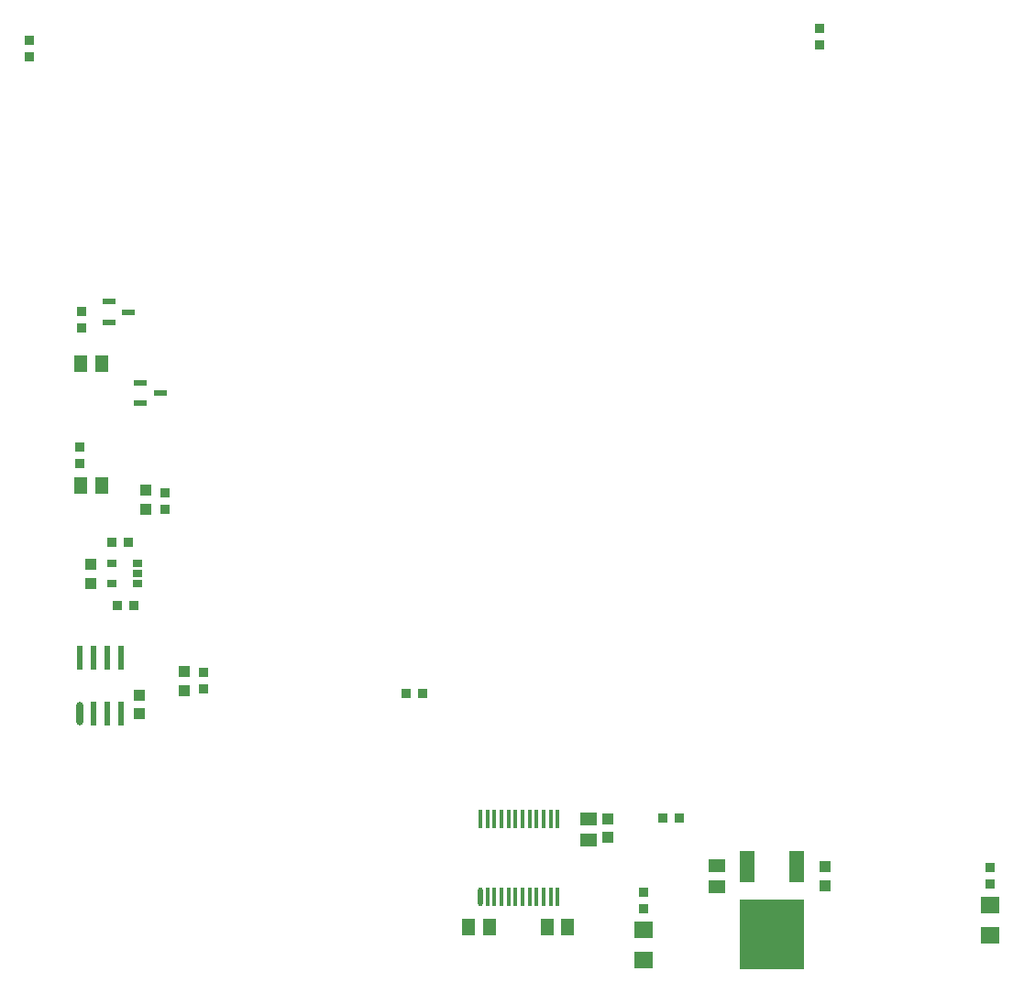
<source format=gtp>
G04 Layer_Color=7318015*
%FSLAX25Y25*%
%MOIN*%
G70*
G01*
G75*
%ADD11R,0.03500X0.03500*%
%ADD12R,0.07087X0.06299*%
%ADD13O,0.02362X0.08661*%
%ADD14R,0.02362X0.08661*%
%ADD15R,0.01772X0.06890*%
%ADD16O,0.01772X0.06890*%
%ADD17R,0.05118X0.05906*%
%ADD18R,0.03937X0.04331*%
%ADD19R,0.03543X0.02559*%
%ADD20R,0.03500X0.03500*%
%ADD21R,0.05906X0.05118*%
%ADD22R,0.05512X0.11811*%
%ADD23R,0.23622X0.25590*%
%ADD24R,0.04724X0.02362*%
D11*
X471500Y153500D02*
D03*
Y147500D02*
D03*
X345500Y144500D02*
D03*
Y138500D02*
D03*
X122000Y448500D02*
D03*
Y454500D02*
D03*
X171500Y284000D02*
D03*
Y290000D02*
D03*
X409500Y453000D02*
D03*
Y459000D02*
D03*
X185500Y218500D02*
D03*
Y224500D02*
D03*
X140500Y300500D02*
D03*
Y306500D02*
D03*
X141000Y350000D02*
D03*
Y356000D02*
D03*
D12*
X471500Y140012D02*
D03*
Y128988D02*
D03*
X345500Y131012D02*
D03*
Y119988D02*
D03*
D13*
X140500Y209500D02*
D03*
D14*
X155500Y229972D02*
D03*
X150500D02*
D03*
X145500D02*
D03*
X140500D02*
D03*
X155500Y209500D02*
D03*
X150500D02*
D03*
X145500D02*
D03*
D15*
X314150Y171346D02*
D03*
X311591D02*
D03*
X309032D02*
D03*
X306472D02*
D03*
X303913D02*
D03*
X301354D02*
D03*
X298795D02*
D03*
X296236D02*
D03*
X293677D02*
D03*
X291118D02*
D03*
X288559D02*
D03*
X286000D02*
D03*
X314150Y143000D02*
D03*
X311591D02*
D03*
X309032D02*
D03*
X306472D02*
D03*
X303913D02*
D03*
X301354D02*
D03*
X298795D02*
D03*
X296236D02*
D03*
X293677D02*
D03*
X291118D02*
D03*
X288559D02*
D03*
D16*
X286000D02*
D03*
D17*
X148240Y292500D02*
D03*
X140760D02*
D03*
X148240Y337000D02*
D03*
X140760D02*
D03*
X317740Y132000D02*
D03*
X310260D02*
D03*
X289240D02*
D03*
X281760D02*
D03*
D18*
X144500Y257154D02*
D03*
Y263846D02*
D03*
X164500Y284154D02*
D03*
Y290846D02*
D03*
X162000Y216347D02*
D03*
Y209653D02*
D03*
X332500Y171346D02*
D03*
Y164654D02*
D03*
X178500Y224847D02*
D03*
Y218154D02*
D03*
X411500Y153847D02*
D03*
Y147153D02*
D03*
D19*
X161500Y257000D02*
D03*
Y260740D02*
D03*
Y264480D02*
D03*
X152051D02*
D03*
Y257000D02*
D03*
D20*
X152000Y272000D02*
D03*
X158000D02*
D03*
X160000Y249000D02*
D03*
X154000D02*
D03*
X259000Y217000D02*
D03*
X265000Y217000D02*
D03*
X358500Y171500D02*
D03*
X352500D02*
D03*
D21*
X325500Y163760D02*
D03*
Y171240D02*
D03*
X372000Y146760D02*
D03*
Y154240D02*
D03*
D22*
X382945Y154000D02*
D03*
X401000D02*
D03*
D23*
X392000Y129394D02*
D03*
D24*
X162500Y330000D02*
D03*
Y322520D02*
D03*
X169587Y326260D02*
D03*
X151000Y359500D02*
D03*
Y352020D02*
D03*
X158087Y355760D02*
D03*
M02*

</source>
